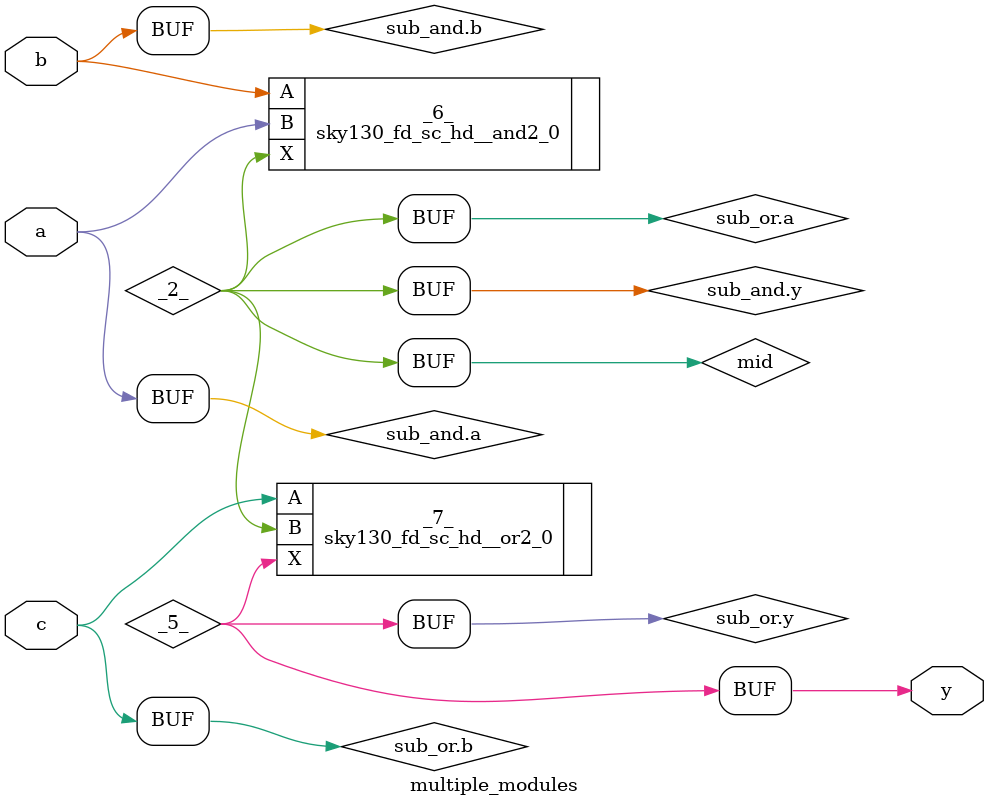
<source format=v>
/* Generated by Yosys 0.32+51 (git sha1 6405bbab1, gcc 12.3.0-1ubuntu1~22.04 -fPIC -Os) */

module multiple_modules(a, b, c, y);
  wire _0_;
  wire _1_;
  wire _2_;
  wire _3_;
  wire _4_;
  wire _5_;
  input a;
  wire a;
  input b;
  wire b;
  input c;
  wire c;
  wire mid;
  wire \sub_and.a ;
  wire \sub_and.b ;
  wire \sub_and.y ;
  wire \sub_or.a ;
  wire \sub_or.b ;
  wire \sub_or.y ;
  output y;
  wire y;
  sky130_fd_sc_hd__and2_0 _6_ (
    .A(_1_),
    .B(_0_),
    .X(_2_)
  );
  sky130_fd_sc_hd__or2_0 _7_ (
    .A(_4_),
    .B(_3_),
    .X(_5_)
  );
  assign _4_ = \sub_or.b ;
  assign _3_ = \sub_or.a ;
  assign \sub_or.y  = _5_;
  assign \sub_or.a  = mid;
  assign \sub_or.b  = c;
  assign y = \sub_or.y ;
  assign _1_ = \sub_and.b ;
  assign _0_ = \sub_and.a ;
  assign \sub_and.y  = _2_;
  assign \sub_and.a  = a;
  assign \sub_and.b  = b;
  assign mid = \sub_and.y ;
endmodule

</source>
